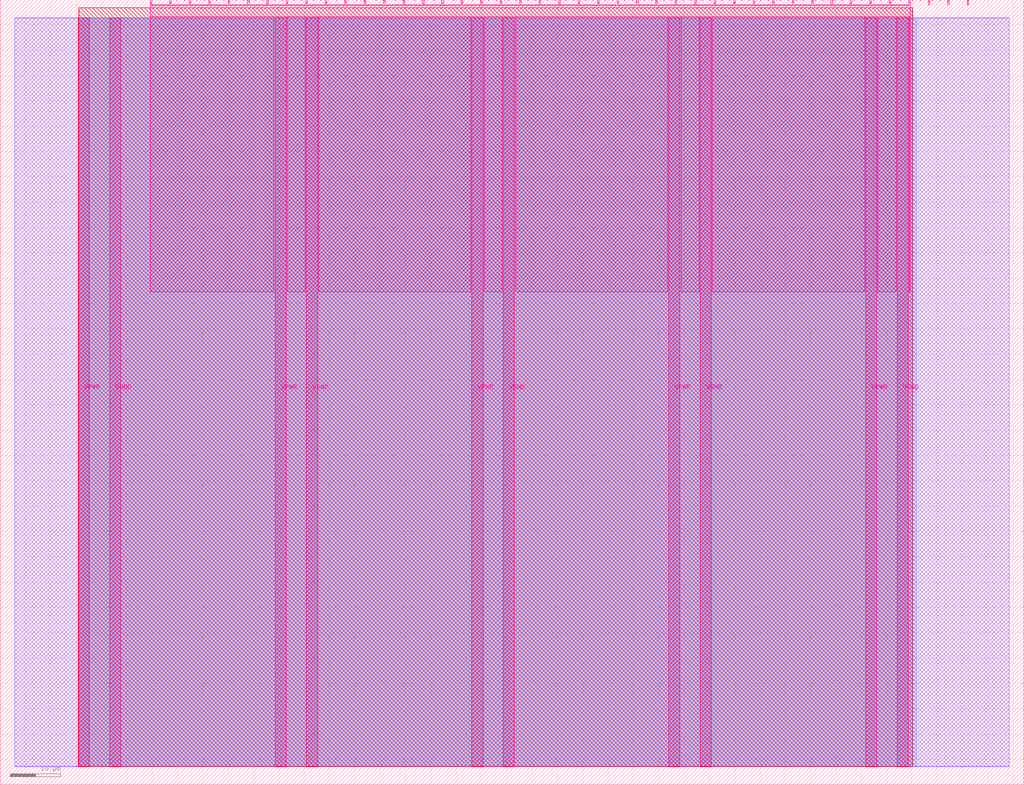
<source format=lef>
VERSION 5.7 ;
  NOWIREEXTENSIONATPIN ON ;
  DIVIDERCHAR "/" ;
  BUSBITCHARS "[]" ;
MACRO tt_um_secA_group5_array_multiplier
  CLASS BLOCK ;
  FOREIGN tt_um_secA_group5_array_multiplier ;
  ORIGIN 0.000 0.000 ;
  SIZE 202.080 BY 154.980 ;
  PIN VGND
    DIRECTION INOUT ;
    USE GROUND ;
    PORT
      LAYER Metal5 ;
        RECT 21.580 3.560 23.780 151.420 ;
    END
    PORT
      LAYER Metal5 ;
        RECT 60.450 3.560 62.650 151.420 ;
    END
    PORT
      LAYER Metal5 ;
        RECT 99.320 3.560 101.520 151.420 ;
    END
    PORT
      LAYER Metal5 ;
        RECT 138.190 3.560 140.390 151.420 ;
    END
    PORT
      LAYER Metal5 ;
        RECT 177.060 3.560 179.260 151.420 ;
    END
  END VGND
  PIN VPWR
    DIRECTION INOUT ;
    USE POWER ;
    PORT
      LAYER Metal5 ;
        RECT 15.380 3.560 17.580 151.420 ;
    END
    PORT
      LAYER Metal5 ;
        RECT 54.250 3.560 56.450 151.420 ;
    END
    PORT
      LAYER Metal5 ;
        RECT 93.120 3.560 95.320 151.420 ;
    END
    PORT
      LAYER Metal5 ;
        RECT 131.990 3.560 134.190 151.420 ;
    END
    PORT
      LAYER Metal5 ;
        RECT 170.860 3.560 173.060 151.420 ;
    END
  END VPWR
  PIN clk
    DIRECTION INPUT ;
    USE SIGNAL ;
    PORT
      LAYER Metal5 ;
        RECT 187.050 153.980 187.350 154.980 ;
    END
  END clk
  PIN ena
    DIRECTION INPUT ;
    USE SIGNAL ;
    PORT
      LAYER Metal5 ;
        RECT 190.890 153.980 191.190 154.980 ;
    END
  END ena
  PIN rst_n
    DIRECTION INPUT ;
    USE SIGNAL ;
    PORT
      LAYER Metal5 ;
        RECT 183.210 153.980 183.510 154.980 ;
    END
  END rst_n
  PIN ui_in[0]
    DIRECTION INPUT ;
    USE SIGNAL ;
    ANTENNAGATEAREA 0.213200 ;
    PORT
      LAYER Metal5 ;
        RECT 179.370 153.980 179.670 154.980 ;
    END
  END ui_in[0]
  PIN ui_in[1]
    DIRECTION INPUT ;
    USE SIGNAL ;
    ANTENNAGATEAREA 0.213200 ;
    PORT
      LAYER Metal5 ;
        RECT 175.530 153.980 175.830 154.980 ;
    END
  END ui_in[1]
  PIN ui_in[2]
    DIRECTION INPUT ;
    USE SIGNAL ;
    ANTENNAGATEAREA 0.213200 ;
    PORT
      LAYER Metal5 ;
        RECT 171.690 153.980 171.990 154.980 ;
    END
  END ui_in[2]
  PIN ui_in[3]
    DIRECTION INPUT ;
    USE SIGNAL ;
    ANTENNAGATEAREA 0.213200 ;
    PORT
      LAYER Metal5 ;
        RECT 167.850 153.980 168.150 154.980 ;
    END
  END ui_in[3]
  PIN ui_in[4]
    DIRECTION INPUT ;
    USE SIGNAL ;
    ANTENNAGATEAREA 0.213200 ;
    PORT
      LAYER Metal5 ;
        RECT 164.010 153.980 164.310 154.980 ;
    END
  END ui_in[4]
  PIN ui_in[5]
    DIRECTION INPUT ;
    USE SIGNAL ;
    ANTENNAGATEAREA 0.213200 ;
    PORT
      LAYER Metal5 ;
        RECT 160.170 153.980 160.470 154.980 ;
    END
  END ui_in[5]
  PIN ui_in[6]
    DIRECTION INPUT ;
    USE SIGNAL ;
    ANTENNAGATEAREA 0.213200 ;
    PORT
      LAYER Metal5 ;
        RECT 156.330 153.980 156.630 154.980 ;
    END
  END ui_in[6]
  PIN ui_in[7]
    DIRECTION INPUT ;
    USE SIGNAL ;
    ANTENNAGATEAREA 0.213200 ;
    PORT
      LAYER Metal5 ;
        RECT 152.490 153.980 152.790 154.980 ;
    END
  END ui_in[7]
  PIN uio_in[0]
    DIRECTION INPUT ;
    USE SIGNAL ;
    PORT
      LAYER Metal5 ;
        RECT 148.650 153.980 148.950 154.980 ;
    END
  END uio_in[0]
  PIN uio_in[1]
    DIRECTION INPUT ;
    USE SIGNAL ;
    PORT
      LAYER Metal5 ;
        RECT 144.810 153.980 145.110 154.980 ;
    END
  END uio_in[1]
  PIN uio_in[2]
    DIRECTION INPUT ;
    USE SIGNAL ;
    PORT
      LAYER Metal5 ;
        RECT 140.970 153.980 141.270 154.980 ;
    END
  END uio_in[2]
  PIN uio_in[3]
    DIRECTION INPUT ;
    USE SIGNAL ;
    PORT
      LAYER Metal5 ;
        RECT 137.130 153.980 137.430 154.980 ;
    END
  END uio_in[3]
  PIN uio_in[4]
    DIRECTION INPUT ;
    USE SIGNAL ;
    PORT
      LAYER Metal5 ;
        RECT 133.290 153.980 133.590 154.980 ;
    END
  END uio_in[4]
  PIN uio_in[5]
    DIRECTION INPUT ;
    USE SIGNAL ;
    PORT
      LAYER Metal5 ;
        RECT 129.450 153.980 129.750 154.980 ;
    END
  END uio_in[5]
  PIN uio_in[6]
    DIRECTION INPUT ;
    USE SIGNAL ;
    PORT
      LAYER Metal5 ;
        RECT 125.610 153.980 125.910 154.980 ;
    END
  END uio_in[6]
  PIN uio_in[7]
    DIRECTION INPUT ;
    USE SIGNAL ;
    PORT
      LAYER Metal5 ;
        RECT 121.770 153.980 122.070 154.980 ;
    END
  END uio_in[7]
  PIN uio_oe[0]
    DIRECTION OUTPUT ;
    USE SIGNAL ;
    ANTENNADIFFAREA 0.299200 ;
    PORT
      LAYER Metal5 ;
        RECT 56.490 153.980 56.790 154.980 ;
    END
  END uio_oe[0]
  PIN uio_oe[1]
    DIRECTION OUTPUT ;
    USE SIGNAL ;
    ANTENNADIFFAREA 0.299200 ;
    PORT
      LAYER Metal5 ;
        RECT 52.650 153.980 52.950 154.980 ;
    END
  END uio_oe[1]
  PIN uio_oe[2]
    DIRECTION OUTPUT ;
    USE SIGNAL ;
    ANTENNADIFFAREA 0.299200 ;
    PORT
      LAYER Metal5 ;
        RECT 48.810 153.980 49.110 154.980 ;
    END
  END uio_oe[2]
  PIN uio_oe[3]
    DIRECTION OUTPUT ;
    USE SIGNAL ;
    ANTENNADIFFAREA 0.299200 ;
    PORT
      LAYER Metal5 ;
        RECT 44.970 153.980 45.270 154.980 ;
    END
  END uio_oe[3]
  PIN uio_oe[4]
    DIRECTION OUTPUT ;
    USE SIGNAL ;
    ANTENNADIFFAREA 0.299200 ;
    PORT
      LAYER Metal5 ;
        RECT 41.130 153.980 41.430 154.980 ;
    END
  END uio_oe[4]
  PIN uio_oe[5]
    DIRECTION OUTPUT ;
    USE SIGNAL ;
    ANTENNADIFFAREA 0.299200 ;
    PORT
      LAYER Metal5 ;
        RECT 37.290 153.980 37.590 154.980 ;
    END
  END uio_oe[5]
  PIN uio_oe[6]
    DIRECTION OUTPUT ;
    USE SIGNAL ;
    ANTENNADIFFAREA 0.299200 ;
    PORT
      LAYER Metal5 ;
        RECT 33.450 153.980 33.750 154.980 ;
    END
  END uio_oe[6]
  PIN uio_oe[7]
    DIRECTION OUTPUT ;
    USE SIGNAL ;
    ANTENNADIFFAREA 0.299200 ;
    PORT
      LAYER Metal5 ;
        RECT 29.610 153.980 29.910 154.980 ;
    END
  END uio_oe[7]
  PIN uio_out[0]
    DIRECTION OUTPUT ;
    USE SIGNAL ;
    ANTENNADIFFAREA 0.299200 ;
    PORT
      LAYER Metal5 ;
        RECT 87.210 153.980 87.510 154.980 ;
    END
  END uio_out[0]
  PIN uio_out[1]
    DIRECTION OUTPUT ;
    USE SIGNAL ;
    ANTENNADIFFAREA 0.299200 ;
    PORT
      LAYER Metal5 ;
        RECT 83.370 153.980 83.670 154.980 ;
    END
  END uio_out[1]
  PIN uio_out[2]
    DIRECTION OUTPUT ;
    USE SIGNAL ;
    ANTENNADIFFAREA 0.299200 ;
    PORT
      LAYER Metal5 ;
        RECT 79.530 153.980 79.830 154.980 ;
    END
  END uio_out[2]
  PIN uio_out[3]
    DIRECTION OUTPUT ;
    USE SIGNAL ;
    ANTENNADIFFAREA 0.299200 ;
    PORT
      LAYER Metal5 ;
        RECT 75.690 153.980 75.990 154.980 ;
    END
  END uio_out[3]
  PIN uio_out[4]
    DIRECTION OUTPUT ;
    USE SIGNAL ;
    ANTENNADIFFAREA 0.299200 ;
    PORT
      LAYER Metal5 ;
        RECT 71.850 153.980 72.150 154.980 ;
    END
  END uio_out[4]
  PIN uio_out[5]
    DIRECTION OUTPUT ;
    USE SIGNAL ;
    ANTENNADIFFAREA 0.299200 ;
    PORT
      LAYER Metal5 ;
        RECT 68.010 153.980 68.310 154.980 ;
    END
  END uio_out[5]
  PIN uio_out[6]
    DIRECTION OUTPUT ;
    USE SIGNAL ;
    ANTENNADIFFAREA 0.299200 ;
    PORT
      LAYER Metal5 ;
        RECT 64.170 153.980 64.470 154.980 ;
    END
  END uio_out[6]
  PIN uio_out[7]
    DIRECTION OUTPUT ;
    USE SIGNAL ;
    ANTENNADIFFAREA 0.299200 ;
    PORT
      LAYER Metal5 ;
        RECT 60.330 153.980 60.630 154.980 ;
    END
  END uio_out[7]
  PIN uo_out[0]
    DIRECTION OUTPUT ;
    USE SIGNAL ;
    ANTENNADIFFAREA 0.632400 ;
    PORT
      LAYER Metal5 ;
        RECT 117.930 153.980 118.230 154.980 ;
    END
  END uo_out[0]
  PIN uo_out[1]
    DIRECTION OUTPUT ;
    USE SIGNAL ;
    ANTENNADIFFAREA 0.654800 ;
    PORT
      LAYER Metal5 ;
        RECT 114.090 153.980 114.390 154.980 ;
    END
  END uo_out[1]
  PIN uo_out[2]
    DIRECTION OUTPUT ;
    USE SIGNAL ;
    ANTENNADIFFAREA 0.654800 ;
    PORT
      LAYER Metal5 ;
        RECT 110.250 153.980 110.550 154.980 ;
    END
  END uo_out[2]
  PIN uo_out[3]
    DIRECTION OUTPUT ;
    USE SIGNAL ;
    ANTENNADIFFAREA 0.654800 ;
    PORT
      LAYER Metal5 ;
        RECT 106.410 153.980 106.710 154.980 ;
    END
  END uo_out[3]
  PIN uo_out[4]
    DIRECTION OUTPUT ;
    USE SIGNAL ;
    ANTENNADIFFAREA 0.654800 ;
    PORT
      LAYER Metal5 ;
        RECT 102.570 153.980 102.870 154.980 ;
    END
  END uo_out[4]
  PIN uo_out[5]
    DIRECTION OUTPUT ;
    USE SIGNAL ;
    ANTENNADIFFAREA 0.654800 ;
    PORT
      LAYER Metal5 ;
        RECT 98.730 153.980 99.030 154.980 ;
    END
  END uo_out[5]
  PIN uo_out[6]
    DIRECTION OUTPUT ;
    USE SIGNAL ;
    ANTENNADIFFAREA 0.654800 ;
    PORT
      LAYER Metal5 ;
        RECT 94.890 153.980 95.190 154.980 ;
    END
  END uo_out[6]
  PIN uo_out[7]
    DIRECTION OUTPUT ;
    USE SIGNAL ;
    ANTENNADIFFAREA 0.654800 ;
    PORT
      LAYER Metal5 ;
        RECT 91.050 153.980 91.350 154.980 ;
    END
  END uo_out[7]
  OBS
      LAYER GatPoly ;
        RECT 2.880 3.630 199.200 151.350 ;
      LAYER Metal1 ;
        RECT 2.880 3.560 199.200 151.420 ;
      LAYER Metal2 ;
        RECT 15.515 3.680 180.865 151.300 ;
      LAYER Metal3 ;
        RECT 15.560 3.635 180.100 153.445 ;
      LAYER Metal4 ;
        RECT 15.515 3.680 180.145 153.400 ;
      LAYER Metal5 ;
        RECT 30.120 153.770 33.240 153.980 ;
        RECT 33.960 153.770 37.080 153.980 ;
        RECT 37.800 153.770 40.920 153.980 ;
        RECT 41.640 153.770 44.760 153.980 ;
        RECT 45.480 153.770 48.600 153.980 ;
        RECT 49.320 153.770 52.440 153.980 ;
        RECT 53.160 153.770 56.280 153.980 ;
        RECT 57.000 153.770 60.120 153.980 ;
        RECT 60.840 153.770 63.960 153.980 ;
        RECT 64.680 153.770 67.800 153.980 ;
        RECT 68.520 153.770 71.640 153.980 ;
        RECT 72.360 153.770 75.480 153.980 ;
        RECT 76.200 153.770 79.320 153.980 ;
        RECT 80.040 153.770 83.160 153.980 ;
        RECT 83.880 153.770 87.000 153.980 ;
        RECT 87.720 153.770 90.840 153.980 ;
        RECT 91.560 153.770 94.680 153.980 ;
        RECT 95.400 153.770 98.520 153.980 ;
        RECT 99.240 153.770 102.360 153.980 ;
        RECT 103.080 153.770 106.200 153.980 ;
        RECT 106.920 153.770 110.040 153.980 ;
        RECT 110.760 153.770 113.880 153.980 ;
        RECT 114.600 153.770 117.720 153.980 ;
        RECT 118.440 153.770 121.560 153.980 ;
        RECT 122.280 153.770 125.400 153.980 ;
        RECT 126.120 153.770 129.240 153.980 ;
        RECT 129.960 153.770 133.080 153.980 ;
        RECT 133.800 153.770 136.920 153.980 ;
        RECT 137.640 153.770 140.760 153.980 ;
        RECT 141.480 153.770 144.600 153.980 ;
        RECT 145.320 153.770 148.440 153.980 ;
        RECT 149.160 153.770 152.280 153.980 ;
        RECT 153.000 153.770 156.120 153.980 ;
        RECT 156.840 153.770 159.960 153.980 ;
        RECT 160.680 153.770 163.800 153.980 ;
        RECT 164.520 153.770 167.640 153.980 ;
        RECT 168.360 153.770 171.480 153.980 ;
        RECT 172.200 153.770 175.320 153.980 ;
        RECT 176.040 153.770 179.160 153.980 ;
        RECT 29.660 151.630 179.620 153.770 ;
        RECT 29.660 97.295 54.040 151.630 ;
        RECT 56.660 97.295 60.240 151.630 ;
        RECT 62.860 97.295 92.910 151.630 ;
        RECT 95.530 97.295 99.110 151.630 ;
        RECT 101.730 97.295 131.780 151.630 ;
        RECT 134.400 97.295 137.980 151.630 ;
        RECT 140.600 97.295 170.650 151.630 ;
        RECT 173.270 97.295 176.850 151.630 ;
        RECT 179.470 97.295 179.620 151.630 ;
  END
END tt_um_secA_group5_array_multiplier
END LIBRARY


</source>
